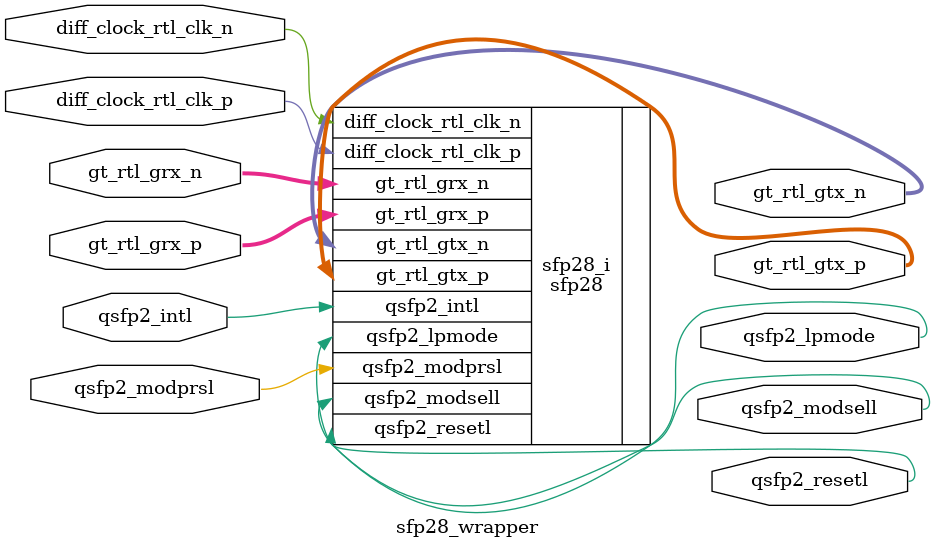
<source format=v>
`timescale 1 ps / 1 ps

module sfp28_wrapper
   (diff_clock_rtl_clk_n,
    diff_clock_rtl_clk_p,
    gt_rtl_grx_n,
    gt_rtl_grx_p,
    gt_rtl_gtx_n,
    gt_rtl_gtx_p,
    qsfp2_intl,
    qsfp2_lpmode,
    qsfp2_modprsl,
    qsfp2_modsell,
    qsfp2_resetl);
  input diff_clock_rtl_clk_n;
  input diff_clock_rtl_clk_p;
  input [3:0]gt_rtl_grx_n;
  input [3:0]gt_rtl_grx_p;
  output [3:0]gt_rtl_gtx_n;
  output [3:0]gt_rtl_gtx_p;
  input qsfp2_intl;
  output [0:0]qsfp2_lpmode;
  input qsfp2_modprsl;
  output [0:0]qsfp2_modsell;
  output [0:0]qsfp2_resetl;

  wire diff_clock_rtl_clk_n;
  wire diff_clock_rtl_clk_p;
  wire [3:0]gt_rtl_grx_n;
  wire [3:0]gt_rtl_grx_p;
  wire [3:0]gt_rtl_gtx_n;
  wire [3:0]gt_rtl_gtx_p;
  wire qsfp2_intl;
  wire [0:0]qsfp2_lpmode;
  wire qsfp2_modprsl;
  wire [0:0]qsfp2_modsell;
  wire [0:0]qsfp2_resetl;

  sfp28 sfp28_i
       (.diff_clock_rtl_clk_n(diff_clock_rtl_clk_n),
        .diff_clock_rtl_clk_p(diff_clock_rtl_clk_p),
        .gt_rtl_grx_n(gt_rtl_grx_n),
        .gt_rtl_grx_p(gt_rtl_grx_p),
        .gt_rtl_gtx_n(gt_rtl_gtx_n),
        .gt_rtl_gtx_p(gt_rtl_gtx_p),
        .qsfp2_intl(qsfp2_intl),
        .qsfp2_lpmode(qsfp2_lpmode),
        .qsfp2_modprsl(qsfp2_modprsl),
        .qsfp2_modsell(qsfp2_modsell),
        .qsfp2_resetl(qsfp2_resetl));
endmodule

</source>
